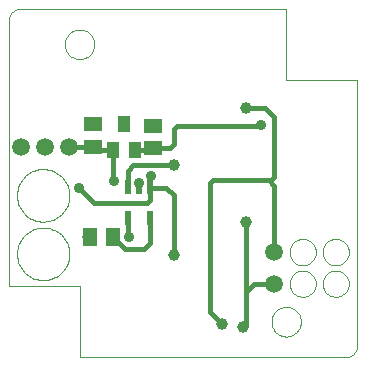
<source format=gtl>
G75*
G70*
%OFA0B0*%
%FSLAX24Y24*%
%IPPOS*%
%LPD*%
%AMOC8*
5,1,8,0,0,1.08239X$1,22.5*
%
%ADD10C,0.0000*%
%ADD11R,0.0217X0.0472*%
%ADD12R,0.0394X0.0551*%
%ADD13R,0.0512X0.0591*%
%ADD14R,0.0591X0.0512*%
%ADD15C,0.0160*%
%ADD16C,0.0591*%
%ADD17C,0.0357*%
%ADD18C,0.0396*%
D10*
X002544Y000312D02*
X002544Y002675D01*
X000181Y002675D01*
X000181Y011533D01*
X000183Y011572D01*
X000189Y011610D01*
X000198Y011647D01*
X000211Y011684D01*
X000228Y011719D01*
X000247Y011752D01*
X000270Y011783D01*
X000296Y011812D01*
X000325Y011838D01*
X000356Y011861D01*
X000389Y011880D01*
X000424Y011897D01*
X000461Y011910D01*
X000498Y011919D01*
X000536Y011925D01*
X000575Y011927D01*
X009433Y011927D01*
X009433Y009564D01*
X011796Y009564D01*
X011796Y000706D01*
X011794Y000667D01*
X011788Y000629D01*
X011779Y000592D01*
X011766Y000555D01*
X011749Y000520D01*
X011730Y000487D01*
X011707Y000456D01*
X011681Y000427D01*
X011652Y000401D01*
X011621Y000378D01*
X011588Y000359D01*
X011553Y000342D01*
X011516Y000329D01*
X011479Y000320D01*
X011441Y000314D01*
X011402Y000312D01*
X002544Y000312D01*
X000456Y003759D02*
X000458Y003818D01*
X000464Y003877D01*
X000474Y003935D01*
X000488Y003993D01*
X000505Y004049D01*
X000527Y004104D01*
X000552Y004158D01*
X000581Y004209D01*
X000613Y004259D01*
X000648Y004306D01*
X000687Y004351D01*
X000728Y004393D01*
X000772Y004432D01*
X000819Y004469D01*
X000868Y004502D01*
X000919Y004531D01*
X000972Y004557D01*
X001027Y004580D01*
X001083Y004598D01*
X001140Y004613D01*
X001199Y004624D01*
X001257Y004631D01*
X001316Y004634D01*
X001375Y004633D01*
X001434Y004628D01*
X001493Y004619D01*
X001550Y004606D01*
X001607Y004589D01*
X001662Y004569D01*
X001716Y004545D01*
X001768Y004517D01*
X001819Y004486D01*
X001867Y004451D01*
X001912Y004413D01*
X001955Y004372D01*
X001995Y004329D01*
X002032Y004283D01*
X002066Y004234D01*
X002096Y004184D01*
X002123Y004131D01*
X002146Y004077D01*
X002166Y004021D01*
X002182Y003964D01*
X002194Y003906D01*
X002202Y003848D01*
X002206Y003789D01*
X002206Y003729D01*
X002202Y003670D01*
X002194Y003612D01*
X002182Y003554D01*
X002166Y003497D01*
X002146Y003441D01*
X002123Y003387D01*
X002096Y003334D01*
X002066Y003284D01*
X002032Y003235D01*
X001995Y003189D01*
X001955Y003146D01*
X001912Y003105D01*
X001867Y003067D01*
X001819Y003032D01*
X001769Y003001D01*
X001716Y002973D01*
X001662Y002949D01*
X001607Y002929D01*
X001550Y002912D01*
X001493Y002899D01*
X001434Y002890D01*
X001375Y002885D01*
X001316Y002884D01*
X001257Y002887D01*
X001199Y002894D01*
X001140Y002905D01*
X001083Y002920D01*
X001027Y002938D01*
X000972Y002961D01*
X000919Y002987D01*
X000868Y003016D01*
X000819Y003049D01*
X000772Y003086D01*
X000728Y003125D01*
X000687Y003167D01*
X000648Y003212D01*
X000613Y003259D01*
X000581Y003309D01*
X000552Y003360D01*
X000527Y003414D01*
X000505Y003469D01*
X000488Y003525D01*
X000474Y003583D01*
X000464Y003641D01*
X000458Y003700D01*
X000456Y003759D01*
X000456Y005709D02*
X000458Y005768D01*
X000464Y005827D01*
X000474Y005885D01*
X000488Y005943D01*
X000505Y005999D01*
X000527Y006054D01*
X000552Y006108D01*
X000581Y006159D01*
X000613Y006209D01*
X000648Y006256D01*
X000687Y006301D01*
X000728Y006343D01*
X000772Y006382D01*
X000819Y006419D01*
X000868Y006452D01*
X000919Y006481D01*
X000972Y006507D01*
X001027Y006530D01*
X001083Y006548D01*
X001140Y006563D01*
X001199Y006574D01*
X001257Y006581D01*
X001316Y006584D01*
X001375Y006583D01*
X001434Y006578D01*
X001493Y006569D01*
X001550Y006556D01*
X001607Y006539D01*
X001662Y006519D01*
X001716Y006495D01*
X001768Y006467D01*
X001819Y006436D01*
X001867Y006401D01*
X001912Y006363D01*
X001955Y006322D01*
X001995Y006279D01*
X002032Y006233D01*
X002066Y006184D01*
X002096Y006134D01*
X002123Y006081D01*
X002146Y006027D01*
X002166Y005971D01*
X002182Y005914D01*
X002194Y005856D01*
X002202Y005798D01*
X002206Y005739D01*
X002206Y005679D01*
X002202Y005620D01*
X002194Y005562D01*
X002182Y005504D01*
X002166Y005447D01*
X002146Y005391D01*
X002123Y005337D01*
X002096Y005284D01*
X002066Y005234D01*
X002032Y005185D01*
X001995Y005139D01*
X001955Y005096D01*
X001912Y005055D01*
X001867Y005017D01*
X001819Y004982D01*
X001769Y004951D01*
X001716Y004923D01*
X001662Y004899D01*
X001607Y004879D01*
X001550Y004862D01*
X001493Y004849D01*
X001434Y004840D01*
X001375Y004835D01*
X001316Y004834D01*
X001257Y004837D01*
X001199Y004844D01*
X001140Y004855D01*
X001083Y004870D01*
X001027Y004888D01*
X000972Y004911D01*
X000919Y004937D01*
X000868Y004966D01*
X000819Y004999D01*
X000772Y005036D01*
X000728Y005075D01*
X000687Y005117D01*
X000648Y005162D01*
X000613Y005209D01*
X000581Y005259D01*
X000552Y005310D01*
X000527Y005364D01*
X000505Y005419D01*
X000488Y005475D01*
X000474Y005533D01*
X000464Y005591D01*
X000458Y005650D01*
X000456Y005709D01*
X002052Y010746D02*
X002054Y010790D01*
X002060Y010834D01*
X002070Y010877D01*
X002083Y010919D01*
X002101Y010959D01*
X002122Y010998D01*
X002146Y011035D01*
X002173Y011070D01*
X002204Y011102D01*
X002237Y011131D01*
X002273Y011157D01*
X002311Y011179D01*
X002351Y011198D01*
X002392Y011214D01*
X002435Y011226D01*
X002478Y011234D01*
X002522Y011238D01*
X002566Y011238D01*
X002610Y011234D01*
X002653Y011226D01*
X002696Y011214D01*
X002737Y011198D01*
X002777Y011179D01*
X002815Y011157D01*
X002851Y011131D01*
X002884Y011102D01*
X002915Y011070D01*
X002942Y011035D01*
X002966Y010998D01*
X002987Y010959D01*
X003005Y010919D01*
X003018Y010877D01*
X003028Y010834D01*
X003034Y010790D01*
X003036Y010746D01*
X003034Y010702D01*
X003028Y010658D01*
X003018Y010615D01*
X003005Y010573D01*
X002987Y010533D01*
X002966Y010494D01*
X002942Y010457D01*
X002915Y010422D01*
X002884Y010390D01*
X002851Y010361D01*
X002815Y010335D01*
X002777Y010313D01*
X002737Y010294D01*
X002696Y010278D01*
X002653Y010266D01*
X002610Y010258D01*
X002566Y010254D01*
X002522Y010254D01*
X002478Y010258D01*
X002435Y010266D01*
X002392Y010278D01*
X002351Y010294D01*
X002311Y010313D01*
X002273Y010335D01*
X002237Y010361D01*
X002204Y010390D01*
X002173Y010422D01*
X002146Y010457D01*
X002122Y010494D01*
X002101Y010533D01*
X002083Y010573D01*
X002070Y010615D01*
X002060Y010658D01*
X002054Y010702D01*
X002052Y010746D01*
X009544Y003816D02*
X009546Y003858D01*
X009552Y003899D01*
X009562Y003939D01*
X009575Y003978D01*
X009593Y004016D01*
X009613Y004052D01*
X009637Y004086D01*
X009665Y004118D01*
X009695Y004146D01*
X009728Y004172D01*
X009762Y004194D01*
X009799Y004214D01*
X009838Y004229D01*
X009878Y004241D01*
X009919Y004249D01*
X009960Y004253D01*
X010002Y004253D01*
X010043Y004249D01*
X010084Y004241D01*
X010124Y004229D01*
X010163Y004214D01*
X010199Y004194D01*
X010234Y004172D01*
X010267Y004146D01*
X010297Y004118D01*
X010325Y004086D01*
X010349Y004052D01*
X010369Y004016D01*
X010387Y003978D01*
X010400Y003939D01*
X010410Y003899D01*
X010416Y003858D01*
X010418Y003816D01*
X010416Y003774D01*
X010410Y003733D01*
X010400Y003693D01*
X010387Y003654D01*
X010369Y003616D01*
X010349Y003580D01*
X010325Y003546D01*
X010297Y003514D01*
X010267Y003486D01*
X010234Y003460D01*
X010200Y003438D01*
X010163Y003418D01*
X010124Y003403D01*
X010084Y003391D01*
X010043Y003383D01*
X010002Y003379D01*
X009960Y003379D01*
X009919Y003383D01*
X009878Y003391D01*
X009838Y003403D01*
X009799Y003418D01*
X009763Y003438D01*
X009728Y003460D01*
X009695Y003486D01*
X009665Y003514D01*
X009637Y003546D01*
X009613Y003580D01*
X009593Y003616D01*
X009575Y003654D01*
X009562Y003693D01*
X009552Y003733D01*
X009546Y003774D01*
X009544Y003816D01*
X009544Y002766D02*
X009546Y002808D01*
X009552Y002849D01*
X009562Y002889D01*
X009575Y002928D01*
X009593Y002966D01*
X009613Y003002D01*
X009637Y003036D01*
X009665Y003068D01*
X009695Y003096D01*
X009728Y003122D01*
X009762Y003144D01*
X009799Y003164D01*
X009838Y003179D01*
X009878Y003191D01*
X009919Y003199D01*
X009960Y003203D01*
X010002Y003203D01*
X010043Y003199D01*
X010084Y003191D01*
X010124Y003179D01*
X010163Y003164D01*
X010199Y003144D01*
X010234Y003122D01*
X010267Y003096D01*
X010297Y003068D01*
X010325Y003036D01*
X010349Y003002D01*
X010369Y002966D01*
X010387Y002928D01*
X010400Y002889D01*
X010410Y002849D01*
X010416Y002808D01*
X010418Y002766D01*
X010416Y002724D01*
X010410Y002683D01*
X010400Y002643D01*
X010387Y002604D01*
X010369Y002566D01*
X010349Y002530D01*
X010325Y002496D01*
X010297Y002464D01*
X010267Y002436D01*
X010234Y002410D01*
X010200Y002388D01*
X010163Y002368D01*
X010124Y002353D01*
X010084Y002341D01*
X010043Y002333D01*
X010002Y002329D01*
X009960Y002329D01*
X009919Y002333D01*
X009878Y002341D01*
X009838Y002353D01*
X009799Y002368D01*
X009763Y002388D01*
X009728Y002410D01*
X009695Y002436D01*
X009665Y002464D01*
X009637Y002496D01*
X009613Y002530D01*
X009593Y002566D01*
X009575Y002604D01*
X009562Y002643D01*
X009552Y002683D01*
X009546Y002724D01*
X009544Y002766D01*
X008941Y001494D02*
X008943Y001538D01*
X008949Y001582D01*
X008959Y001625D01*
X008972Y001667D01*
X008990Y001707D01*
X009011Y001746D01*
X009035Y001783D01*
X009062Y001818D01*
X009093Y001850D01*
X009126Y001879D01*
X009162Y001905D01*
X009200Y001927D01*
X009240Y001946D01*
X009281Y001962D01*
X009324Y001974D01*
X009367Y001982D01*
X009411Y001986D01*
X009455Y001986D01*
X009499Y001982D01*
X009542Y001974D01*
X009585Y001962D01*
X009626Y001946D01*
X009666Y001927D01*
X009704Y001905D01*
X009740Y001879D01*
X009773Y001850D01*
X009804Y001818D01*
X009831Y001783D01*
X009855Y001746D01*
X009876Y001707D01*
X009894Y001667D01*
X009907Y001625D01*
X009917Y001582D01*
X009923Y001538D01*
X009925Y001494D01*
X009923Y001450D01*
X009917Y001406D01*
X009907Y001363D01*
X009894Y001321D01*
X009876Y001281D01*
X009855Y001242D01*
X009831Y001205D01*
X009804Y001170D01*
X009773Y001138D01*
X009740Y001109D01*
X009704Y001083D01*
X009666Y001061D01*
X009626Y001042D01*
X009585Y001026D01*
X009542Y001014D01*
X009499Y001006D01*
X009455Y001002D01*
X009411Y001002D01*
X009367Y001006D01*
X009324Y001014D01*
X009281Y001026D01*
X009240Y001042D01*
X009200Y001061D01*
X009162Y001083D01*
X009126Y001109D01*
X009093Y001138D01*
X009062Y001170D01*
X009035Y001205D01*
X009011Y001242D01*
X008990Y001281D01*
X008972Y001321D01*
X008959Y001363D01*
X008949Y001406D01*
X008943Y001450D01*
X008941Y001494D01*
X010644Y002766D02*
X010646Y002808D01*
X010652Y002849D01*
X010662Y002889D01*
X010675Y002928D01*
X010693Y002966D01*
X010713Y003002D01*
X010737Y003036D01*
X010765Y003068D01*
X010795Y003096D01*
X010828Y003122D01*
X010862Y003144D01*
X010899Y003164D01*
X010938Y003179D01*
X010978Y003191D01*
X011019Y003199D01*
X011060Y003203D01*
X011102Y003203D01*
X011143Y003199D01*
X011184Y003191D01*
X011224Y003179D01*
X011263Y003164D01*
X011299Y003144D01*
X011334Y003122D01*
X011367Y003096D01*
X011397Y003068D01*
X011425Y003036D01*
X011449Y003002D01*
X011469Y002966D01*
X011487Y002928D01*
X011500Y002889D01*
X011510Y002849D01*
X011516Y002808D01*
X011518Y002766D01*
X011516Y002724D01*
X011510Y002683D01*
X011500Y002643D01*
X011487Y002604D01*
X011469Y002566D01*
X011449Y002530D01*
X011425Y002496D01*
X011397Y002464D01*
X011367Y002436D01*
X011334Y002410D01*
X011300Y002388D01*
X011263Y002368D01*
X011224Y002353D01*
X011184Y002341D01*
X011143Y002333D01*
X011102Y002329D01*
X011060Y002329D01*
X011019Y002333D01*
X010978Y002341D01*
X010938Y002353D01*
X010899Y002368D01*
X010863Y002388D01*
X010828Y002410D01*
X010795Y002436D01*
X010765Y002464D01*
X010737Y002496D01*
X010713Y002530D01*
X010693Y002566D01*
X010675Y002604D01*
X010662Y002643D01*
X010652Y002683D01*
X010646Y002724D01*
X010644Y002766D01*
X010644Y003816D02*
X010646Y003858D01*
X010652Y003899D01*
X010662Y003939D01*
X010675Y003978D01*
X010693Y004016D01*
X010713Y004052D01*
X010737Y004086D01*
X010765Y004118D01*
X010795Y004146D01*
X010828Y004172D01*
X010862Y004194D01*
X010899Y004214D01*
X010938Y004229D01*
X010978Y004241D01*
X011019Y004249D01*
X011060Y004253D01*
X011102Y004253D01*
X011143Y004249D01*
X011184Y004241D01*
X011224Y004229D01*
X011263Y004214D01*
X011299Y004194D01*
X011334Y004172D01*
X011367Y004146D01*
X011397Y004118D01*
X011425Y004086D01*
X011449Y004052D01*
X011469Y004016D01*
X011487Y003978D01*
X011500Y003939D01*
X011510Y003899D01*
X011516Y003858D01*
X011518Y003816D01*
X011516Y003774D01*
X011510Y003733D01*
X011500Y003693D01*
X011487Y003654D01*
X011469Y003616D01*
X011449Y003580D01*
X011425Y003546D01*
X011397Y003514D01*
X011367Y003486D01*
X011334Y003460D01*
X011300Y003438D01*
X011263Y003418D01*
X011224Y003403D01*
X011184Y003391D01*
X011143Y003383D01*
X011102Y003379D01*
X011060Y003379D01*
X011019Y003383D01*
X010978Y003391D01*
X010938Y003403D01*
X010899Y003418D01*
X010863Y003438D01*
X010828Y003460D01*
X010795Y003486D01*
X010765Y003514D01*
X010737Y003546D01*
X010713Y003580D01*
X010693Y003616D01*
X010675Y003654D01*
X010662Y003693D01*
X010652Y003733D01*
X010646Y003774D01*
X010644Y003816D01*
D11*
X004905Y004951D03*
X004157Y004951D03*
X004157Y005974D03*
X004531Y005974D03*
X004905Y005974D03*
D12*
X004395Y007229D03*
X003647Y007229D03*
X004021Y008096D03*
D13*
X003655Y004312D03*
X002907Y004312D03*
D14*
X002981Y007338D03*
X002981Y008086D03*
X004981Y008036D03*
X004981Y007288D03*
D15*
X005557Y007288D01*
X005681Y007412D01*
X005681Y007912D01*
X005781Y008012D01*
X008531Y008012D01*
X008581Y008062D01*
X009031Y008312D02*
X008731Y008612D01*
X008081Y008612D01*
X009031Y008312D02*
X009031Y006312D01*
X008931Y006212D01*
X008843Y006212D01*
X009031Y006024D01*
X009031Y003816D01*
X008081Y004812D02*
X008081Y002478D01*
X008369Y002766D01*
X009031Y002766D01*
X008081Y002478D02*
X008081Y001412D01*
X007981Y001312D01*
X007281Y001412D02*
X006881Y001812D01*
X006881Y006112D01*
X006981Y006212D01*
X008843Y006212D01*
X005681Y005712D02*
X005681Y003712D01*
X004905Y004136D02*
X004681Y003912D01*
X004055Y003912D01*
X003655Y004312D01*
X003681Y004338D01*
X003707Y004338D01*
X003731Y004362D01*
X003655Y004312D02*
X003647Y004321D01*
X004143Y004360D02*
X004181Y004322D01*
X004143Y004360D02*
X004143Y004951D01*
X004157Y004951D01*
X004781Y005462D02*
X004881Y005562D01*
X004881Y005950D01*
X004905Y005974D01*
X004905Y006186D01*
X004931Y006362D01*
X004905Y005974D02*
X004917Y005962D01*
X005431Y005962D01*
X005681Y005712D01*
X004905Y004951D02*
X004905Y004136D01*
X004781Y005462D02*
X003031Y005462D01*
X002531Y005962D01*
X003647Y006213D02*
X003681Y006178D01*
X003647Y006213D02*
X003647Y007229D01*
X003090Y007229D01*
X002981Y007338D01*
X002207Y007338D01*
X002181Y007312D01*
X002981Y008086D02*
X002981Y008112D01*
X003971Y008152D02*
X004031Y008062D01*
X004021Y008096D02*
X003971Y008152D01*
X004881Y008062D02*
X004981Y008036D01*
X004981Y007288D02*
X004972Y007229D01*
X004395Y007229D01*
X004331Y006712D02*
X005681Y006712D01*
X004531Y006112D02*
X004531Y005974D01*
X004157Y005974D02*
X004157Y006538D01*
X004331Y006712D01*
X002907Y004312D02*
X002831Y004312D01*
D16*
X002181Y007312D03*
X001381Y007312D03*
X000581Y007312D03*
X009031Y003816D03*
X009031Y002766D03*
D17*
X004931Y006362D03*
X004531Y006112D03*
X003681Y006178D03*
X002531Y005962D03*
X003731Y004362D03*
X004181Y004322D03*
X008581Y008062D03*
D18*
X008081Y008612D03*
X005681Y006712D03*
X004881Y008062D03*
X004031Y008062D03*
X002981Y008112D03*
X002831Y004312D03*
X005681Y003712D03*
X007281Y001412D03*
X007981Y001312D03*
X008081Y004812D03*
M02*

</source>
